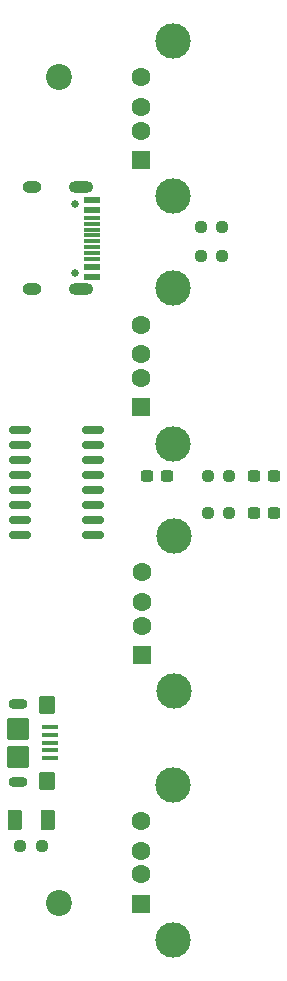
<source format=gbr>
%TF.GenerationSoftware,KiCad,Pcbnew,7.0.7*%
%TF.CreationDate,2024-04-05T12:31:17-04:00*%
%TF.ProjectId,HS8836A_USBC_hub,48533838-3336-4415-9f55-5342435f6875,rev?*%
%TF.SameCoordinates,Original*%
%TF.FileFunction,Soldermask,Top*%
%TF.FilePolarity,Negative*%
%FSLAX46Y46*%
G04 Gerber Fmt 4.6, Leading zero omitted, Abs format (unit mm)*
G04 Created by KiCad (PCBNEW 7.0.7) date 2024-04-05 12:31:17*
%MOMM*%
%LPD*%
G01*
G04 APERTURE LIST*
G04 Aperture macros list*
%AMRoundRect*
0 Rectangle with rounded corners*
0 $1 Rounding radius*
0 $2 $3 $4 $5 $6 $7 $8 $9 X,Y pos of 4 corners*
0 Add a 4 corners polygon primitive as box body*
4,1,4,$2,$3,$4,$5,$6,$7,$8,$9,$2,$3,0*
0 Add four circle primitives for the rounded corners*
1,1,$1+$1,$2,$3*
1,1,$1+$1,$4,$5*
1,1,$1+$1,$6,$7*
1,1,$1+$1,$8,$9*
0 Add four rect primitives between the rounded corners*
20,1,$1+$1,$2,$3,$4,$5,0*
20,1,$1+$1,$4,$5,$6,$7,0*
20,1,$1+$1,$6,$7,$8,$9,0*
20,1,$1+$1,$8,$9,$2,$3,0*%
G04 Aperture macros list end*
%ADD10C,2.200000*%
%ADD11RoundRect,0.250000X-0.375000X-0.625000X0.375000X-0.625000X0.375000X0.625000X-0.375000X0.625000X0*%
%ADD12RoundRect,0.237500X0.250000X0.237500X-0.250000X0.237500X-0.250000X-0.237500X0.250000X-0.237500X0*%
%ADD13RoundRect,0.237500X0.300000X0.237500X-0.300000X0.237500X-0.300000X-0.237500X0.300000X-0.237500X0*%
%ADD14RoundRect,0.100000X-0.575000X0.100000X-0.575000X-0.100000X0.575000X-0.100000X0.575000X0.100000X0*%
%ADD15O,1.600000X0.900000*%
%ADD16RoundRect,0.250000X-0.450000X0.550000X-0.450000X-0.550000X0.450000X-0.550000X0.450000X0.550000X0*%
%ADD17RoundRect,0.250000X-0.700000X0.700000X-0.700000X-0.700000X0.700000X-0.700000X0.700000X0.700000X0*%
%ADD18R,1.500000X1.600000*%
%ADD19C,1.600000*%
%ADD20C,3.000000*%
%ADD21RoundRect,0.162500X-0.750000X-0.162500X0.750000X-0.162500X0.750000X0.162500X-0.750000X0.162500X0*%
%ADD22RoundRect,0.237500X-0.300000X-0.237500X0.300000X-0.237500X0.300000X0.237500X-0.300000X0.237500X0*%
%ADD23RoundRect,0.237500X-0.250000X-0.237500X0.250000X-0.237500X0.250000X0.237500X-0.250000X0.237500X0*%
%ADD24C,0.650000*%
%ADD25R,1.450000X0.600000*%
%ADD26R,1.450000X0.300000*%
%ADD27O,2.100000X1.000000*%
%ADD28O,1.600000X1.000000*%
G04 APERTURE END LIST*
D10*
%TO.C,H1*%
X145000000Y-64000000D03*
%TD*%
D11*
%TO.C,D1*%
X141200000Y-126900000D03*
X144000000Y-126900000D03*
%TD*%
D12*
%TO.C,R2*%
X159385000Y-100965000D03*
X157560000Y-100965000D03*
%TD*%
D13*
%TO.C,C2*%
X154125000Y-97790000D03*
X152400000Y-97790000D03*
%TD*%
D14*
%TO.C,J6*%
X144175000Y-119100000D03*
X144175000Y-119750000D03*
X144175000Y-120400000D03*
X144175000Y-121050000D03*
X144175000Y-121700000D03*
D15*
X141500000Y-117100000D03*
D16*
X143950000Y-117200000D03*
D17*
X141500000Y-119200000D03*
X141500000Y-121600000D03*
D16*
X143950000Y-123600000D03*
D15*
X141500000Y-123700000D03*
%TD*%
D18*
%TO.C,J2*%
X151866000Y-134022000D03*
D19*
X151866000Y-131522000D03*
X151866000Y-129522000D03*
X151866000Y-127022000D03*
D20*
X154576000Y-137092000D03*
X154576000Y-123952000D03*
%TD*%
D18*
%TO.C,J5*%
X151866000Y-71064000D03*
D19*
X151866000Y-68564000D03*
X151866000Y-66564000D03*
X151866000Y-64064000D03*
D20*
X154576000Y-74134000D03*
X154576000Y-60994000D03*
%TD*%
D21*
%TO.C,U1*%
X141653000Y-93890000D03*
X141653000Y-95160000D03*
X141653000Y-96430000D03*
X141653000Y-97700000D03*
X141653000Y-98970000D03*
X141653000Y-100240000D03*
X141653000Y-101510000D03*
X141653000Y-102780000D03*
X147828000Y-102780000D03*
X147828000Y-101510000D03*
X147828000Y-100240000D03*
X147828000Y-98970000D03*
X147828000Y-97700000D03*
X147828000Y-96430000D03*
X147828000Y-95160000D03*
X147828000Y-93890000D03*
%TD*%
D22*
%TO.C,C3*%
X161470000Y-97790000D03*
X163195000Y-97790000D03*
%TD*%
D12*
%TO.C,R3*%
X143500000Y-129100000D03*
X141675000Y-129100000D03*
%TD*%
D18*
%TO.C,J3*%
X151976000Y-112974000D03*
D19*
X151976000Y-110474000D03*
X151976000Y-108474000D03*
X151976000Y-105974000D03*
D20*
X154686000Y-116044000D03*
X154686000Y-102904000D03*
%TD*%
D10*
%TO.C,H2*%
X145000000Y-134000000D03*
%TD*%
D18*
%TO.C,J4*%
X151892000Y-92000000D03*
D19*
X151892000Y-89500000D03*
X151892000Y-87500000D03*
X151892000Y-85000000D03*
D20*
X154602000Y-95070000D03*
X154602000Y-81930000D03*
%TD*%
D12*
%TO.C,R1*%
X159385000Y-97790000D03*
X157560000Y-97790000D03*
%TD*%
D23*
%TO.C,R4*%
X156975000Y-76700000D03*
X158800000Y-76700000D03*
%TD*%
D24*
%TO.C,J1*%
X146312000Y-74810000D03*
X146312000Y-80590000D03*
D25*
X147757000Y-74450000D03*
X147757000Y-75250000D03*
D26*
X147757000Y-76450000D03*
X147757000Y-77450000D03*
X147757000Y-77950000D03*
X147757000Y-78950000D03*
D25*
X147757000Y-80150000D03*
X147757000Y-80950000D03*
X147757000Y-80950000D03*
X147757000Y-80150000D03*
D26*
X147757000Y-79450000D03*
X147757000Y-78450000D03*
X147757000Y-76950000D03*
X147757000Y-75950000D03*
D25*
X147757000Y-75250000D03*
X147757000Y-74450000D03*
D27*
X146842000Y-73380000D03*
D28*
X142662000Y-73380000D03*
D27*
X146842000Y-82020000D03*
D28*
X142662000Y-82020000D03*
%TD*%
D23*
%TO.C,R5*%
X156975000Y-79200000D03*
X158800000Y-79200000D03*
%TD*%
D22*
%TO.C,C1*%
X161470000Y-100965000D03*
X163195000Y-100965000D03*
%TD*%
M02*

</source>
